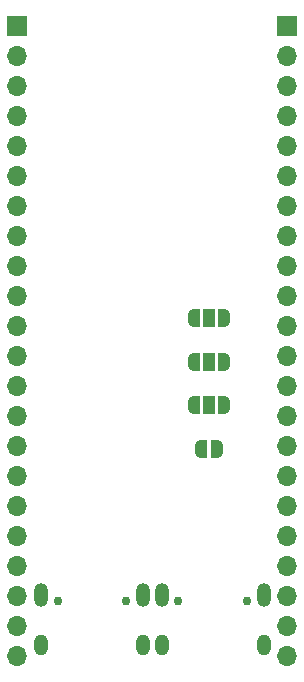
<source format=gbr>
%TF.GenerationSoftware,KiCad,Pcbnew,7.99.0-2389-gf842e6ac7a*%
%TF.CreationDate,2023-09-28T17:07:59+02:00*%
%TF.ProjectId,ESP32 PD Module,45535033-3220-4504-9420-4d6f64756c65,rev?*%
%TF.SameCoordinates,Original*%
%TF.FileFunction,Soldermask,Bot*%
%TF.FilePolarity,Negative*%
%FSLAX46Y46*%
G04 Gerber Fmt 4.6, Leading zero omitted, Abs format (unit mm)*
G04 Created by KiCad (PCBNEW 7.99.0-2389-gf842e6ac7a) date 2023-09-28 17:07:59*
%MOMM*%
%LPD*%
G01*
G04 APERTURE LIST*
G04 Aperture macros list*
%AMFreePoly0*
4,1,19,0.550000,-0.750000,0.000000,-0.750000,0.000000,-0.744911,-0.071157,-0.744911,-0.207708,-0.704816,-0.327430,-0.627875,-0.420627,-0.520320,-0.479746,-0.390866,-0.500000,-0.250000,-0.500000,0.250000,-0.479746,0.390866,-0.420627,0.520320,-0.327430,0.627875,-0.207708,0.704816,-0.071157,0.744911,0.000000,0.744911,0.000000,0.750000,0.550000,0.750000,0.550000,-0.750000,0.550000,-0.750000,
$1*%
%AMFreePoly1*
4,1,19,0.000000,0.744911,0.071157,0.744911,0.207708,0.704816,0.327430,0.627875,0.420627,0.520320,0.479746,0.390866,0.500000,0.250000,0.500000,-0.250000,0.479746,-0.390866,0.420627,-0.520320,0.327430,-0.627875,0.207708,-0.704816,0.071157,-0.744911,0.000000,-0.744911,0.000000,-0.750000,-0.550000,-0.750000,-0.550000,0.750000,0.000000,0.750000,0.000000,0.744911,0.000000,0.744911,
$1*%
%AMFreePoly2*
4,1,19,0.500000,-0.750000,0.000000,-0.750000,0.000000,-0.744911,-0.071157,-0.744911,-0.207708,-0.704816,-0.327430,-0.627875,-0.420627,-0.520320,-0.479746,-0.390866,-0.500000,-0.250000,-0.500000,0.250000,-0.479746,0.390866,-0.420627,0.520320,-0.327430,0.627875,-0.207708,0.704816,-0.071157,0.744911,0.000000,0.744911,0.000000,0.750000,0.500000,0.750000,0.500000,-0.750000,0.500000,-0.750000,
$1*%
%AMFreePoly3*
4,1,19,0.000000,0.744911,0.071157,0.744911,0.207708,0.704816,0.327430,0.627875,0.420627,0.520320,0.479746,0.390866,0.500000,0.250000,0.500000,-0.250000,0.479746,-0.390866,0.420627,-0.520320,0.327430,-0.627875,0.207708,-0.704816,0.071157,-0.744911,0.000000,-0.744911,0.000000,-0.750000,-0.500000,-0.750000,-0.500000,0.750000,0.000000,0.750000,0.000000,0.744911,0.000000,0.744911,
$1*%
G04 Aperture macros list end*
%ADD10R,1.700000X1.700000*%
%ADD11O,1.700000X1.700000*%
%ADD12O,1.200000X1.800000*%
%ADD13O,1.200000X2.000000*%
%ADD14C,0.750000*%
%ADD15FreePoly0,180.000000*%
%ADD16R,1.000000X1.500000*%
%ADD17FreePoly1,180.000000*%
%ADD18FreePoly2,0.000000*%
%ADD19FreePoly3,0.000000*%
G04 APERTURE END LIST*
D10*
%TO.C,J1*%
X48260000Y-50800000D03*
D11*
X48260000Y-53340000D03*
X48260000Y-55880000D03*
X48260000Y-58420000D03*
X48260000Y-60960000D03*
X48260000Y-63500000D03*
X48260000Y-66040000D03*
X48260000Y-68580000D03*
X48260000Y-71120000D03*
X48260000Y-73660000D03*
X48260000Y-76200000D03*
X48260000Y-78740000D03*
X48260000Y-81280000D03*
X48260000Y-83820000D03*
X48260000Y-86360000D03*
X48260000Y-88900000D03*
X48260000Y-91440000D03*
X48260000Y-93980000D03*
X48260000Y-96520000D03*
X48260000Y-99060000D03*
X48260000Y-101600000D03*
X48260000Y-104140000D03*
%TD*%
D10*
%TO.C,J2*%
X71120000Y-50800000D03*
D11*
X71120000Y-53340000D03*
X71120000Y-55880000D03*
X71120000Y-58420000D03*
X71120000Y-60960000D03*
X71120000Y-63500000D03*
X71120000Y-66040000D03*
X71120000Y-68580000D03*
X71120000Y-71120000D03*
X71120000Y-73660000D03*
X71120000Y-76200000D03*
X71120000Y-78740000D03*
X71120000Y-81280000D03*
X71120000Y-83820000D03*
X71120000Y-86360000D03*
X71120000Y-88900000D03*
X71120000Y-91440000D03*
X71120000Y-93980000D03*
X71120000Y-96520000D03*
X71120000Y-99060000D03*
X71120000Y-101600000D03*
X71120000Y-104140000D03*
%TD*%
D12*
%TO.C,USB2*%
X58930000Y-103200000D03*
D13*
X58930000Y-99020000D03*
X50270000Y-99020000D03*
D12*
X50270000Y-103200000D03*
D14*
X51700000Y-99520000D03*
X57500000Y-99520000D03*
%TD*%
%TO.C,USB1*%
X61900000Y-99520000D03*
X67700000Y-99520000D03*
D13*
X60470000Y-99020000D03*
X69130000Y-99020000D03*
D12*
X69130000Y-103200000D03*
X60470000Y-103200000D03*
%TD*%
D15*
%TO.C,JP1*%
X65800000Y-75550000D03*
D16*
X64500000Y-75550000D03*
D17*
X63200000Y-75550000D03*
%TD*%
D18*
%TO.C,JP4*%
X63850000Y-86650000D03*
D19*
X65150000Y-86650000D03*
%TD*%
D15*
%TO.C,JP2*%
X65800000Y-79250000D03*
D16*
X64500000Y-79250000D03*
D17*
X63200000Y-79250000D03*
%TD*%
D15*
%TO.C,JP3*%
X65800000Y-82950000D03*
D16*
X64500000Y-82950000D03*
D17*
X63200000Y-82950000D03*
%TD*%
M02*

</source>
